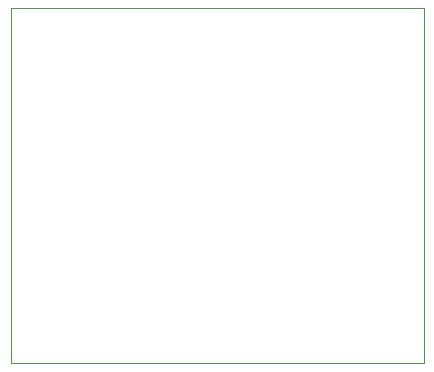
<source format=gbr>
%TF.GenerationSoftware,KiCad,Pcbnew,(5.1.12)-1*%
%TF.CreationDate,2023-08-26T19:40:57+05:30*%
%TF.ProjectId,clap switch,636c6170-2073-4776-9974-63682e6b6963,rev?*%
%TF.SameCoordinates,Original*%
%TF.FileFunction,Profile,NP*%
%FSLAX46Y46*%
G04 Gerber Fmt 4.6, Leading zero omitted, Abs format (unit mm)*
G04 Created by KiCad (PCBNEW (5.1.12)-1) date 2023-08-26 19:40:57*
%MOMM*%
%LPD*%
G01*
G04 APERTURE LIST*
%TA.AperFunction,Profile*%
%ADD10C,0.050000*%
%TD*%
G04 APERTURE END LIST*
D10*
X141000000Y-72000000D02*
X142000000Y-72000000D01*
X141000000Y-102000000D02*
X141000000Y-72000000D01*
X176000000Y-102000000D02*
X141000000Y-102000000D01*
X176000000Y-72000000D02*
X176000000Y-102000000D01*
X142000000Y-72000000D02*
X176000000Y-72000000D01*
M02*

</source>
